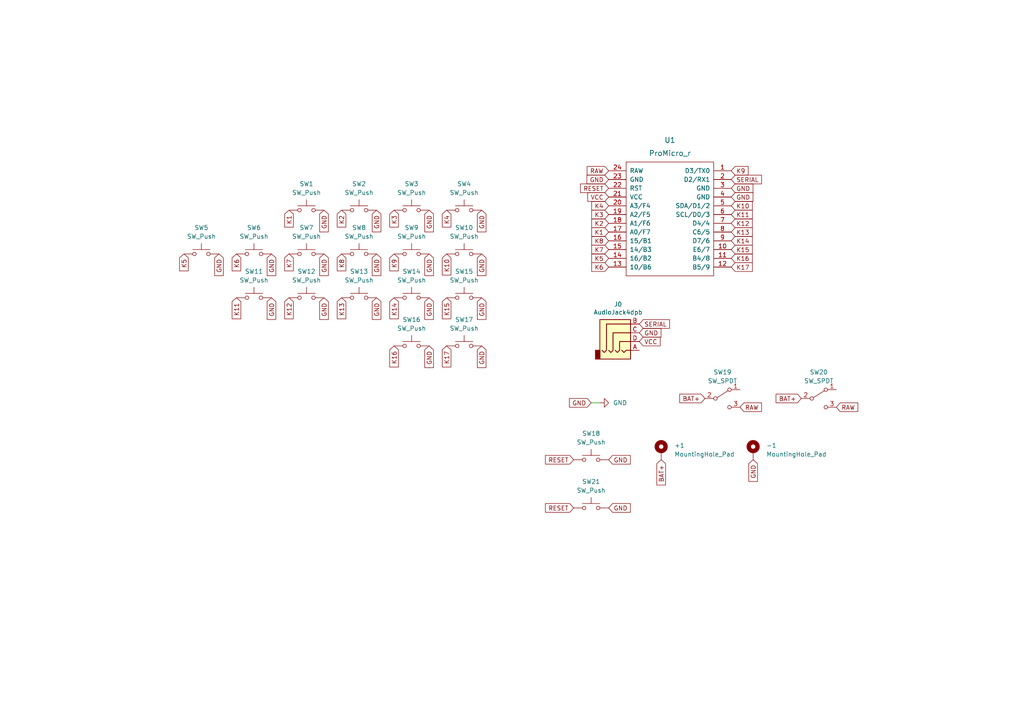
<source format=kicad_sch>
(kicad_sch (version 20230121) (generator eeschema)

  (uuid 47fb7f82-0330-40bb-9b49-2359807160f5)

  (paper "A4")

  (lib_symbols
    (symbol "Mechanical:MountingHole_Pad" (pin_numbers hide) (pin_names (offset 1.016) hide) (in_bom yes) (on_board yes)
      (property "Reference" "H" (at 0 6.35 0)
        (effects (font (size 1.27 1.27)))
      )
      (property "Value" "MountingHole_Pad" (at 0 4.445 0)
        (effects (font (size 1.27 1.27)))
      )
      (property "Footprint" "" (at 0 0 0)
        (effects (font (size 1.27 1.27)) hide)
      )
      (property "Datasheet" "~" (at 0 0 0)
        (effects (font (size 1.27 1.27)) hide)
      )
      (property "ki_keywords" "mounting hole" (at 0 0 0)
        (effects (font (size 1.27 1.27)) hide)
      )
      (property "ki_description" "Mounting Hole with connection" (at 0 0 0)
        (effects (font (size 1.27 1.27)) hide)
      )
      (property "ki_fp_filters" "MountingHole*Pad*" (at 0 0 0)
        (effects (font (size 1.27 1.27)) hide)
      )
      (symbol "MountingHole_Pad_0_1"
        (circle (center 0 1.27) (radius 1.27)
          (stroke (width 1.27) (type default))
          (fill (type none))
        )
      )
      (symbol "MountingHole_Pad_1_1"
        (pin input line (at 0 -2.54 90) (length 2.54)
          (name "1" (effects (font (size 1.27 1.27))))
          (number "1" (effects (font (size 1.27 1.27))))
        )
      )
    )
    (symbol "Switch:SW_Push" (pin_numbers hide) (pin_names (offset 1.016) hide) (in_bom yes) (on_board yes)
      (property "Reference" "SW" (at 1.27 2.54 0)
        (effects (font (size 1.27 1.27)) (justify left))
      )
      (property "Value" "SW_Push" (at 0 -1.524 0)
        (effects (font (size 1.27 1.27)))
      )
      (property "Footprint" "" (at 0 5.08 0)
        (effects (font (size 1.27 1.27)) hide)
      )
      (property "Datasheet" "~" (at 0 5.08 0)
        (effects (font (size 1.27 1.27)) hide)
      )
      (property "ki_keywords" "switch normally-open pushbutton push-button" (at 0 0 0)
        (effects (font (size 1.27 1.27)) hide)
      )
      (property "ki_description" "Push button switch, generic, two pins" (at 0 0 0)
        (effects (font (size 1.27 1.27)) hide)
      )
      (symbol "SW_Push_0_1"
        (circle (center -2.032 0) (radius 0.508)
          (stroke (width 0) (type default))
          (fill (type none))
        )
        (polyline
          (pts
            (xy 0 1.27)
            (xy 0 3.048)
          )
          (stroke (width 0) (type default))
          (fill (type none))
        )
        (polyline
          (pts
            (xy 2.54 1.27)
            (xy -2.54 1.27)
          )
          (stroke (width 0) (type default))
          (fill (type none))
        )
        (circle (center 2.032 0) (radius 0.508)
          (stroke (width 0) (type default))
          (fill (type none))
        )
        (pin passive line (at -5.08 0 0) (length 2.54)
          (name "1" (effects (font (size 1.27 1.27))))
          (number "1" (effects (font (size 1.27 1.27))))
        )
        (pin passive line (at 5.08 0 180) (length 2.54)
          (name "2" (effects (font (size 1.27 1.27))))
          (number "2" (effects (font (size 1.27 1.27))))
        )
      )
    )
    (symbol "Switch:SW_SPDT" (pin_names (offset 0) hide) (in_bom yes) (on_board yes)
      (property "Reference" "SW" (at 0 4.318 0)
        (effects (font (size 1.27 1.27)))
      )
      (property "Value" "SW_SPDT" (at 0 -5.08 0)
        (effects (font (size 1.27 1.27)))
      )
      (property "Footprint" "" (at 0 0 0)
        (effects (font (size 1.27 1.27)) hide)
      )
      (property "Datasheet" "~" (at 0 0 0)
        (effects (font (size 1.27 1.27)) hide)
      )
      (property "ki_keywords" "switch single-pole double-throw spdt ON-ON" (at 0 0 0)
        (effects (font (size 1.27 1.27)) hide)
      )
      (property "ki_description" "Switch, single pole double throw" (at 0 0 0)
        (effects (font (size 1.27 1.27)) hide)
      )
      (symbol "SW_SPDT_0_0"
        (circle (center -2.032 0) (radius 0.508)
          (stroke (width 0) (type default))
          (fill (type none))
        )
        (circle (center 2.032 -2.54) (radius 0.508)
          (stroke (width 0) (type default))
          (fill (type none))
        )
      )
      (symbol "SW_SPDT_0_1"
        (polyline
          (pts
            (xy -1.524 0.254)
            (xy 1.651 2.286)
          )
          (stroke (width 0) (type default))
          (fill (type none))
        )
        (circle (center 2.032 2.54) (radius 0.508)
          (stroke (width 0) (type default))
          (fill (type none))
        )
      )
      (symbol "SW_SPDT_1_1"
        (pin passive line (at 5.08 2.54 180) (length 2.54)
          (name "A" (effects (font (size 1.27 1.27))))
          (number "1" (effects (font (size 1.27 1.27))))
        )
        (pin passive line (at -5.08 0 0) (length 2.54)
          (name "B" (effects (font (size 1.27 1.27))))
          (number "2" (effects (font (size 1.27 1.27))))
        )
        (pin passive line (at 5.08 -2.54 180) (length 2.54)
          (name "C" (effects (font (size 1.27 1.27))))
          (number "3" (effects (font (size 1.27 1.27))))
        )
      )
    )
    (symbol "kbd:ProMicro_r" (pin_names (offset 1.016)) (in_bom yes) (on_board yes)
      (property "Reference" "U" (at 1.27 22.86 0)
        (effects (font (size 1.524 1.524)))
      )
      (property "Value" "ProMicro_r" (at 1.27 -15.24 0)
        (effects (font (size 1.524 1.524)))
      )
      (property "Footprint" "" (at 3.81 -26.67 0)
        (effects (font (size 1.524 1.524)))
      )
      (property "Datasheet" "" (at 3.81 -26.67 0)
        (effects (font (size 1.524 1.524)))
      )
      (symbol "ProMicro_r_0_1"
        (rectangle (start 13.97 20.32) (end -11.43 -12.7)
          (stroke (width 0) (type default))
          (fill (type none))
        )
      )
      (symbol "ProMicro_r_1_1"
        (pin bidirectional line (at 19.05 17.78 180) (length 5.08)
          (name "D3/TX0" (effects (font (size 1.27 1.27))))
          (number "1" (effects (font (size 1.27 1.27))))
        )
        (pin bidirectional line (at 19.05 -5.08 180) (length 5.08)
          (name "E6/7" (effects (font (size 1.27 1.27))))
          (number "10" (effects (font (size 1.27 1.27))))
        )
        (pin bidirectional line (at 19.05 -7.62 180) (length 5.08)
          (name "B4/8" (effects (font (size 1.27 1.27))))
          (number "11" (effects (font (size 1.27 1.27))))
        )
        (pin bidirectional line (at 19.05 -10.16 180) (length 5.08)
          (name "B5/9" (effects (font (size 1.27 1.27))))
          (number "12" (effects (font (size 1.27 1.27))))
        )
        (pin bidirectional line (at -16.51 -10.16 0) (length 5.08)
          (name "10/B6" (effects (font (size 1.27 1.27))))
          (number "13" (effects (font (size 1.27 1.27))))
        )
        (pin bidirectional line (at -16.51 -7.62 0) (length 5.08)
          (name "16/B2" (effects (font (size 1.27 1.27))))
          (number "14" (effects (font (size 1.27 1.27))))
        )
        (pin bidirectional line (at -16.51 -5.08 0) (length 5.08)
          (name "14/B3" (effects (font (size 1.27 1.27))))
          (number "15" (effects (font (size 1.27 1.27))))
        )
        (pin bidirectional line (at -16.51 -2.54 0) (length 5.08)
          (name "15/B1" (effects (font (size 1.27 1.27))))
          (number "16" (effects (font (size 1.27 1.27))))
        )
        (pin bidirectional line (at -16.51 0 0) (length 5.08)
          (name "A0/F7" (effects (font (size 1.27 1.27))))
          (number "17" (effects (font (size 1.27 1.27))))
        )
        (pin bidirectional line (at -16.51 2.54 0) (length 5.08)
          (name "A1/F6" (effects (font (size 1.27 1.27))))
          (number "18" (effects (font (size 1.27 1.27))))
        )
        (pin bidirectional line (at -16.51 5.08 0) (length 5.08)
          (name "A2/F5" (effects (font (size 1.27 1.27))))
          (number "19" (effects (font (size 1.27 1.27))))
        )
        (pin bidirectional line (at 19.05 15.24 180) (length 5.08)
          (name "D2/RX1" (effects (font (size 1.27 1.27))))
          (number "2" (effects (font (size 1.27 1.27))))
        )
        (pin bidirectional line (at -16.51 7.62 0) (length 5.08)
          (name "A3/F4" (effects (font (size 1.27 1.27))))
          (number "20" (effects (font (size 1.27 1.27))))
        )
        (pin power_in line (at -16.51 10.16 0) (length 5.08)
          (name "VCC" (effects (font (size 1.27 1.27))))
          (number "21" (effects (font (size 1.27 1.27))))
        )
        (pin input line (at -16.51 12.7 0) (length 5.08)
          (name "RST" (effects (font (size 1.27 1.27))))
          (number "22" (effects (font (size 1.27 1.27))))
        )
        (pin power_in line (at -16.51 15.24 0) (length 5.08)
          (name "GND" (effects (font (size 1.27 1.27))))
          (number "23" (effects (font (size 1.27 1.27))))
        )
        (pin power_out line (at -16.51 17.78 0) (length 5.08)
          (name "RAW" (effects (font (size 1.27 1.27))))
          (number "24" (effects (font (size 1.27 1.27))))
        )
        (pin power_in line (at 19.05 12.7 180) (length 5.08)
          (name "GND" (effects (font (size 1.27 1.27))))
          (number "3" (effects (font (size 1.27 1.27))))
        )
        (pin power_in line (at 19.05 10.16 180) (length 5.08)
          (name "GND" (effects (font (size 1.27 1.27))))
          (number "4" (effects (font (size 1.27 1.27))))
        )
        (pin bidirectional line (at 19.05 7.62 180) (length 5.08)
          (name "SDA/D1/2" (effects (font (size 1.27 1.27))))
          (number "5" (effects (font (size 1.27 1.27))))
        )
        (pin bidirectional line (at 19.05 5.08 180) (length 5.08)
          (name "SCL/D0/3" (effects (font (size 1.27 1.27))))
          (number "6" (effects (font (size 1.27 1.27))))
        )
        (pin bidirectional line (at 19.05 2.54 180) (length 5.08)
          (name "D4/4" (effects (font (size 1.27 1.27))))
          (number "7" (effects (font (size 1.27 1.27))))
        )
        (pin bidirectional line (at 19.05 0 180) (length 5.08)
          (name "C6/5" (effects (font (size 1.27 1.27))))
          (number "8" (effects (font (size 1.27 1.27))))
        )
        (pin bidirectional line (at 19.05 -2.54 180) (length 5.08)
          (name "D7/6" (effects (font (size 1.27 1.27))))
          (number "9" (effects (font (size 1.27 1.27))))
        )
      )
    )
    (symbol "power:GND" (power) (pin_names (offset 0)) (in_bom yes) (on_board yes)
      (property "Reference" "#PWR" (at 0 -6.35 0)
        (effects (font (size 1.27 1.27)) hide)
      )
      (property "Value" "GND" (at 0 -3.81 0)
        (effects (font (size 1.27 1.27)))
      )
      (property "Footprint" "" (at 0 0 0)
        (effects (font (size 1.27 1.27)) hide)
      )
      (property "Datasheet" "" (at 0 0 0)
        (effects (font (size 1.27 1.27)) hide)
      )
      (property "ki_keywords" "power-flag" (at 0 0 0)
        (effects (font (size 1.27 1.27)) hide)
      )
      (property "ki_description" "Power symbol creates a global label with name \"GND\" , ground" (at 0 0 0)
        (effects (font (size 1.27 1.27)) hide)
      )
      (symbol "GND_0_1"
        (polyline
          (pts
            (xy 0 0)
            (xy 0 -1.27)
            (xy 1.27 -1.27)
            (xy 0 -2.54)
            (xy -1.27 -1.27)
            (xy 0 -1.27)
          )
          (stroke (width 0) (type default))
          (fill (type none))
        )
      )
      (symbol "GND_1_1"
        (pin power_in line (at 0 0 270) (length 0) hide
          (name "GND" (effects (font (size 1.27 1.27))))
          (number "1" (effects (font (size 1.27 1.27))))
        )
      )
    )
    (symbol "tokas_bp:AudioJack4dpb" (in_bom yes) (on_board yes)
      (property "Reference" "J" (at 0 8.89 0)
        (effects (font (size 1.27 1.27)))
      )
      (property "Value" "tokas_bp_AudioJack4dpb" (at 0 6.35 0)
        (effects (font (size 1.27 1.27)))
      )
      (property "Footprint" "" (at 0 0 0)
        (effects (font (size 1.27 1.27)) hide)
      )
      (property "Datasheet" "" (at 0 0 0)
        (effects (font (size 1.27 1.27)) hide)
      )
      (property "ki_fp_filters" "Jack*" (at 0 0 0)
        (effects (font (size 1.27 1.27)) hide)
      )
      (symbol "AudioJack4dpb_0_1"
        (rectangle (start -6.35 -5.08) (end -7.62 -7.62)
          (stroke (width 0.254) (type default))
          (fill (type outline))
        )
        (polyline
          (pts
            (xy 0 -5.08)
            (xy 0.635 -5.715)
            (xy 1.27 -5.08)
            (xy 2.54 -5.08)
          )
          (stroke (width 0.254) (type default))
          (fill (type none))
        )
        (polyline
          (pts
            (xy -5.715 -5.08)
            (xy -5.08 -5.715)
            (xy -4.445 -5.08)
            (xy -4.445 2.54)
            (xy 2.54 2.54)
          )
          (stroke (width 0.254) (type default))
          (fill (type none))
        )
        (polyline
          (pts
            (xy -1.905 -5.08)
            (xy -1.27 -5.715)
            (xy -0.635 -5.08)
            (xy -0.635 -2.54)
            (xy 2.54 -2.54)
          )
          (stroke (width 0.254) (type default))
          (fill (type none))
        )
        (polyline
          (pts
            (xy 2.54 0)
            (xy -2.54 0)
            (xy -2.54 -5.08)
            (xy -3.175 -5.715)
            (xy -3.81 -5.08)
          )
          (stroke (width 0.254) (type default))
          (fill (type none))
        )
        (rectangle (start 2.54 3.81) (end -6.35 -7.62)
          (stroke (width 0.254) (type default))
          (fill (type background))
        )
      )
      (symbol "AudioJack4dpb_1_1"
        (pin passive line (at 5.08 -5.08 180) (length 2.54)
          (name "~" (effects (font (size 1.27 1.27))))
          (number "A" (effects (font (size 1.27 1.27))))
        )
        (pin passive line (at 5.08 2.54 180) (length 2.54)
          (name "~" (effects (font (size 1.27 1.27))))
          (number "B" (effects (font (size 1.27 1.27))))
        )
        (pin passive line (at 5.08 0 180) (length 2.54)
          (name "~" (effects (font (size 1.27 1.27))))
          (number "C" (effects (font (size 1.27 1.27))))
        )
        (pin passive line (at 5.08 -2.54 180) (length 2.54)
          (name "~" (effects (font (size 1.27 1.27))))
          (number "D" (effects (font (size 1.27 1.27))))
        )
      )
    )
  )


  (wire (pts (xy 171.45 116.84) (xy 173.99 116.84))
    (stroke (width 0) (type default))
    (uuid 30a0855d-0962-4e27-bb81-d5386d6839f3)
  )

  (global_label "K2" (shape input) (at 176.53 64.77 180) (fields_autoplaced)
    (effects (font (size 1.27 1.27)) (justify right))
    (uuid 00aeea29-dc87-417a-b93b-3698585597ae)
    (property "Intersheetrefs" "${INTERSHEET_REFS}" (at 171.6374 64.6906 0)
      (effects (font (size 1.27 1.27)) (justify right) hide)
    )
  )
  (global_label "VCC" (shape input) (at 185.42 99.06 0) (fields_autoplaced)
    (effects (font (size 1.27 1.27)) (justify left))
    (uuid 05911c24-1503-458a-9c35-878e88cda6b4)
    (property "Intersheetrefs" "${INTERSHEET_REFS}" (at 191.4617 98.9806 0)
      (effects (font (size 1.27 1.27)) (justify left) hide)
    )
  )
  (global_label "K14" (shape input) (at 212.09 69.85 0) (fields_autoplaced)
    (effects (font (size 1.27 1.27)) (justify left))
    (uuid 0df47e06-14f0-4499-8acc-bf991918de54)
    (property "Intersheetrefs" "${INTERSHEET_REFS}" (at 218.1921 69.7706 0)
      (effects (font (size 1.27 1.27)) (justify left) hide)
    )
  )
  (global_label "GND" (shape input) (at 63.5 73.66 270) (fields_autoplaced)
    (effects (font (size 1.27 1.27)) (justify right))
    (uuid 16348d51-33c0-4795-862f-48054b712e44)
    (property "Intersheetrefs" "${INTERSHEET_REFS}" (at 63.4206 79.9436 90)
      (effects (font (size 1.27 1.27)) (justify right) hide)
    )
  )
  (global_label "K4" (shape input) (at 176.53 59.69 180) (fields_autoplaced)
    (effects (font (size 1.27 1.27)) (justify right))
    (uuid 18ffaa2e-c6aa-4251-9a53-df4e476f0b55)
    (property "Intersheetrefs" "${INTERSHEET_REFS}" (at 171.6374 59.6106 0)
      (effects (font (size 1.27 1.27)) (justify right) hide)
    )
  )
  (global_label "RESET" (shape input) (at 166.37 147.32 180) (fields_autoplaced)
    (effects (font (size 1.27 1.27)) (justify right))
    (uuid 20a8b986-32b1-4900-bcbc-d280b876f9fc)
    (property "Intersheetrefs" "${INTERSHEET_REFS}" (at 158.2117 147.2406 0)
      (effects (font (size 1.27 1.27)) (justify right) hide)
    )
  )
  (global_label "GND" (shape input) (at 78.74 86.36 270) (fields_autoplaced)
    (effects (font (size 1.27 1.27)) (justify right))
    (uuid 21c9e5fd-0352-4b1e-a7b1-19b8629482d3)
    (property "Intersheetrefs" "${INTERSHEET_REFS}" (at 78.6606 92.6436 90)
      (effects (font (size 1.27 1.27)) (justify right) hide)
    )
  )
  (global_label "K8" (shape input) (at 176.53 69.85 180) (fields_autoplaced)
    (effects (font (size 1.27 1.27)) (justify right))
    (uuid 23276f84-d9d5-4c84-830e-70fdfb4821f3)
    (property "Intersheetrefs" "${INTERSHEET_REFS}" (at 171.6374 69.7706 0)
      (effects (font (size 1.27 1.27)) (justify right) hide)
    )
  )
  (global_label "GND" (shape input) (at 93.98 60.96 270) (fields_autoplaced)
    (effects (font (size 1.27 1.27)) (justify right))
    (uuid 2eba46ba-20aa-4bc2-b5bc-b7723309b6d1)
    (property "Intersheetrefs" "${INTERSHEET_REFS}" (at 93.9006 67.2436 90)
      (effects (font (size 1.27 1.27)) (justify right) hide)
    )
  )
  (global_label "K10" (shape input) (at 212.09 59.69 0) (fields_autoplaced)
    (effects (font (size 1.27 1.27)) (justify left))
    (uuid 2feb9b69-a980-41c3-9c18-bed085d94619)
    (property "Intersheetrefs" "${INTERSHEET_REFS}" (at 218.1921 59.6106 0)
      (effects (font (size 1.27 1.27)) (justify left) hide)
    )
  )
  (global_label "GND" (shape input) (at 218.44 133.35 270) (fields_autoplaced)
    (effects (font (size 1.27 1.27)) (justify right))
    (uuid 3a56ba0f-becc-4f14-8eda-2c25f69ab928)
    (property "Intersheetrefs" "${INTERSHEET_REFS}" (at 218.3606 139.6336 90)
      (effects (font (size 1.27 1.27)) (justify right) hide)
    )
  )
  (global_label "GND" (shape input) (at 78.74 73.66 270) (fields_autoplaced)
    (effects (font (size 1.27 1.27)) (justify right))
    (uuid 3b793ddb-7d87-4d19-aaca-0a89d3511a79)
    (property "Intersheetrefs" "${INTERSHEET_REFS}" (at 78.6606 79.9436 90)
      (effects (font (size 1.27 1.27)) (justify right) hide)
    )
  )
  (global_label "K5" (shape input) (at 53.34 73.66 270) (fields_autoplaced)
    (effects (font (size 1.27 1.27)) (justify right))
    (uuid 41642f2a-d120-48a7-a8b2-2e24a570e527)
    (property "Intersheetrefs" "${INTERSHEET_REFS}" (at 53.2606 78.5526 90)
      (effects (font (size 1.27 1.27)) (justify right) hide)
    )
  )
  (global_label "K1" (shape input) (at 176.53 67.31 180) (fields_autoplaced)
    (effects (font (size 1.27 1.27)) (justify right))
    (uuid 42f32f1f-854c-4e59-98e1-4c9210643688)
    (property "Intersheetrefs" "${INTERSHEET_REFS}" (at 171.6374 67.2306 0)
      (effects (font (size 1.27 1.27)) (justify right) hide)
    )
  )
  (global_label "K10" (shape input) (at 129.54 73.66 270) (fields_autoplaced)
    (effects (font (size 1.27 1.27)) (justify right))
    (uuid 48dfa8ce-b717-4380-8f02-b44fef6b930f)
    (property "Intersheetrefs" "${INTERSHEET_REFS}" (at 129.4606 79.7621 90)
      (effects (font (size 1.27 1.27)) (justify right) hide)
    )
  )
  (global_label "GND" (shape input) (at 139.7 100.33 270) (fields_autoplaced)
    (effects (font (size 1.27 1.27)) (justify right))
    (uuid 4d35ce70-e618-4f11-b8a5-656f02369329)
    (property "Intersheetrefs" "${INTERSHEET_REFS}" (at 139.6206 106.6136 90)
      (effects (font (size 1.27 1.27)) (justify right) hide)
    )
  )
  (global_label "BAT+" (shape input) (at 204.47 115.57 180) (fields_autoplaced)
    (effects (font (size 1.27 1.27)) (justify right))
    (uuid 54e7522b-e00f-4026-913a-f964086ce7dc)
    (property "Intersheetrefs" "${INTERSHEET_REFS}" (at 197.1583 115.4906 0)
      (effects (font (size 1.27 1.27)) (justify right) hide)
    )
  )
  (global_label "K11" (shape input) (at 68.58 86.36 270) (fields_autoplaced)
    (effects (font (size 1.27 1.27)) (justify right))
    (uuid 568fedeb-f064-4490-b2ce-bedd275f9f7e)
    (property "Intersheetrefs" "${INTERSHEET_REFS}" (at 68.5006 92.4621 90)
      (effects (font (size 1.27 1.27)) (justify right) hide)
    )
  )
  (global_label "GND" (shape input) (at 212.09 57.15 0) (fields_autoplaced)
    (effects (font (size 1.27 1.27)) (justify left))
    (uuid 56b4746a-3a6c-4d7b-84ca-834eb5f55114)
    (property "Intersheetrefs" "${INTERSHEET_REFS}" (at 218.3736 57.0706 0)
      (effects (font (size 1.27 1.27)) (justify left) hide)
    )
  )
  (global_label "K11" (shape input) (at 212.09 62.23 0) (fields_autoplaced)
    (effects (font (size 1.27 1.27)) (justify left))
    (uuid 57b2a71f-bb7f-4ff0-ab20-663de7864353)
    (property "Intersheetrefs" "${INTERSHEET_REFS}" (at 218.1921 62.1506 0)
      (effects (font (size 1.27 1.27)) (justify left) hide)
    )
  )
  (global_label "GND" (shape input) (at 124.46 60.96 270) (fields_autoplaced)
    (effects (font (size 1.27 1.27)) (justify right))
    (uuid 57ec7648-bb8a-4b3b-9d02-493cc39f8a46)
    (property "Intersheetrefs" "${INTERSHEET_REFS}" (at 124.3806 67.2436 90)
      (effects (font (size 1.27 1.27)) (justify right) hide)
    )
  )
  (global_label "GND" (shape input) (at 93.98 86.36 270) (fields_autoplaced)
    (effects (font (size 1.27 1.27)) (justify right))
    (uuid 5dbaee81-c1ce-4ba4-9ddd-6bdcf07235f1)
    (property "Intersheetrefs" "${INTERSHEET_REFS}" (at 93.9006 92.6436 90)
      (effects (font (size 1.27 1.27)) (justify right) hide)
    )
  )
  (global_label "RESET" (shape input) (at 176.53 54.61 180) (fields_autoplaced)
    (effects (font (size 1.27 1.27)) (justify right))
    (uuid 5f9f459e-548d-4b90-9c02-cf7b3fd37913)
    (property "Intersheetrefs" "${INTERSHEET_REFS}" (at 168.3717 54.5306 0)
      (effects (font (size 1.27 1.27)) (justify right) hide)
    )
  )
  (global_label "GND" (shape input) (at 109.22 86.36 270) (fields_autoplaced)
    (effects (font (size 1.27 1.27)) (justify right))
    (uuid 615c7549-6c97-40e4-a6f9-a9ed5195f005)
    (property "Intersheetrefs" "${INTERSHEET_REFS}" (at 109.1406 92.6436 90)
      (effects (font (size 1.27 1.27)) (justify right) hide)
    )
  )
  (global_label "K3" (shape input) (at 176.53 62.23 180) (fields_autoplaced)
    (effects (font (size 1.27 1.27)) (justify right))
    (uuid 63986d68-c347-4789-8874-a67154bf49d8)
    (property "Intersheetrefs" "${INTERSHEET_REFS}" (at 171.6374 62.1506 0)
      (effects (font (size 1.27 1.27)) (justify right) hide)
    )
  )
  (global_label "K13" (shape input) (at 99.06 86.36 270) (fields_autoplaced)
    (effects (font (size 1.27 1.27)) (justify right))
    (uuid 65726398-daf9-4114-af1c-03c2cf6baba0)
    (property "Intersheetrefs" "${INTERSHEET_REFS}" (at 98.9806 92.4621 90)
      (effects (font (size 1.27 1.27)) (justify right) hide)
    )
  )
  (global_label "GND" (shape input) (at 124.46 73.66 270) (fields_autoplaced)
    (effects (font (size 1.27 1.27)) (justify right))
    (uuid 6597b106-d7b4-4372-9e9a-17b18692a5d8)
    (property "Intersheetrefs" "${INTERSHEET_REFS}" (at 124.3806 79.9436 90)
      (effects (font (size 1.27 1.27)) (justify right) hide)
    )
  )
  (global_label "GND" (shape input) (at 176.53 147.32 0) (fields_autoplaced)
    (effects (font (size 1.27 1.27)) (justify left))
    (uuid 6a60970d-62ae-4571-a3f6-54dd36041ca2)
    (property "Intersheetrefs" "${INTERSHEET_REFS}" (at 182.8136 147.2406 0)
      (effects (font (size 1.27 1.27)) (justify left) hide)
    )
  )
  (global_label "RESET" (shape input) (at 166.37 133.35 180) (fields_autoplaced)
    (effects (font (size 1.27 1.27)) (justify right))
    (uuid 6abc2dc9-7374-4de0-8464-509726fa46a0)
    (property "Intersheetrefs" "${INTERSHEET_REFS}" (at 158.2117 133.2706 0)
      (effects (font (size 1.27 1.27)) (justify right) hide)
    )
  )
  (global_label "K6" (shape input) (at 176.53 77.47 180) (fields_autoplaced)
    (effects (font (size 1.27 1.27)) (justify right))
    (uuid 6cbd0bd9-6c84-40f2-b2bd-db0edfaae472)
    (property "Intersheetrefs" "${INTERSHEET_REFS}" (at 171.6374 77.3906 0)
      (effects (font (size 1.27 1.27)) (justify right) hide)
    )
  )
  (global_label "K2" (shape input) (at 99.06 60.96 270) (fields_autoplaced)
    (effects (font (size 1.27 1.27)) (justify right))
    (uuid 715a3b5e-ec6d-4c25-8c29-217db8de2962)
    (property "Intersheetrefs" "${INTERSHEET_REFS}" (at 98.9806 65.8526 90)
      (effects (font (size 1.27 1.27)) (justify right) hide)
    )
  )
  (global_label "SERIAL" (shape input) (at 212.09 52.07 0) (fields_autoplaced)
    (effects (font (size 1.27 1.27)) (justify left))
    (uuid 75e5f006-58b8-4795-a812-860b44523942)
    (property "Intersheetrefs" "${INTERSHEET_REFS}" (at 220.8531 51.9906 0)
      (effects (font (size 1.27 1.27)) (justify left) hide)
    )
  )
  (global_label "SERIAL" (shape input) (at 185.42 93.98 0) (fields_autoplaced)
    (effects (font (size 1.27 1.27)) (justify left))
    (uuid 768f38a9-06fc-4dbe-a2f2-8954fd60568d)
    (property "Intersheetrefs" "${INTERSHEET_REFS}" (at 194.1831 93.9006 0)
      (effects (font (size 1.27 1.27)) (justify left) hide)
    )
  )
  (global_label "K14" (shape input) (at 114.3 86.36 270) (fields_autoplaced)
    (effects (font (size 1.27 1.27)) (justify right))
    (uuid 7f8f2b38-429e-4465-8d50-76a3232f58ba)
    (property "Intersheetrefs" "${INTERSHEET_REFS}" (at 114.2206 92.4621 90)
      (effects (font (size 1.27 1.27)) (justify right) hide)
    )
  )
  (global_label "BAT+" (shape input) (at 232.41 115.57 180) (fields_autoplaced)
    (effects (font (size 1.27 1.27)) (justify right))
    (uuid 87c87fa5-76c6-416c-903a-b9742a73c700)
    (property "Intersheetrefs" "${INTERSHEET_REFS}" (at 225.0983 115.4906 0)
      (effects (font (size 1.27 1.27)) (justify right) hide)
    )
  )
  (global_label "GND" (shape input) (at 109.22 60.96 270) (fields_autoplaced)
    (effects (font (size 1.27 1.27)) (justify right))
    (uuid 88c75031-d130-4d71-8992-95350de8465e)
    (property "Intersheetrefs" "${INTERSHEET_REFS}" (at 109.1406 67.2436 90)
      (effects (font (size 1.27 1.27)) (justify right) hide)
    )
  )
  (global_label "K16" (shape input) (at 114.3 100.33 270) (fields_autoplaced)
    (effects (font (size 1.27 1.27)) (justify right))
    (uuid 8af87110-435f-48a4-b45d-9d89971ad3ca)
    (property "Intersheetrefs" "${INTERSHEET_REFS}" (at 114.2206 106.4321 90)
      (effects (font (size 1.27 1.27)) (justify right) hide)
    )
  )
  (global_label "K17" (shape input) (at 212.09 77.47 0) (fields_autoplaced)
    (effects (font (size 1.27 1.27)) (justify left))
    (uuid 93254d11-a9e2-4aa5-9177-1dc5f5c03865)
    (property "Intersheetrefs" "${INTERSHEET_REFS}" (at 218.1921 77.3906 0)
      (effects (font (size 1.27 1.27)) (justify left) hide)
    )
  )
  (global_label "K13" (shape input) (at 212.09 67.31 0) (fields_autoplaced)
    (effects (font (size 1.27 1.27)) (justify left))
    (uuid 932afe9c-3295-4c00-acfe-0e209a8036fd)
    (property "Intersheetrefs" "${INTERSHEET_REFS}" (at 218.1921 67.2306 0)
      (effects (font (size 1.27 1.27)) (justify left) hide)
    )
  )
  (global_label "K12" (shape input) (at 83.82 86.36 270) (fields_autoplaced)
    (effects (font (size 1.27 1.27)) (justify right))
    (uuid 94f17560-64dd-4716-a5b9-47e0e11a610d)
    (property "Intersheetrefs" "${INTERSHEET_REFS}" (at 83.7406 92.4621 90)
      (effects (font (size 1.27 1.27)) (justify right) hide)
    )
  )
  (global_label "GND" (shape input) (at 171.45 116.84 180) (fields_autoplaced)
    (effects (font (size 1.27 1.27)) (justify right))
    (uuid 974c2cdf-68b5-4899-b858-2824a10ffc66)
    (property "Intersheetrefs" "${INTERSHEET_REFS}" (at 165.1664 116.7606 0)
      (effects (font (size 1.27 1.27)) (justify right) hide)
    )
  )
  (global_label "GND" (shape input) (at 176.53 133.35 0) (fields_autoplaced)
    (effects (font (size 1.27 1.27)) (justify left))
    (uuid 976c52a9-6af3-414b-88a3-083958d96274)
    (property "Intersheetrefs" "${INTERSHEET_REFS}" (at 182.8136 133.2706 0)
      (effects (font (size 1.27 1.27)) (justify left) hide)
    )
  )
  (global_label "K8" (shape input) (at 99.06 73.66 270) (fields_autoplaced)
    (effects (font (size 1.27 1.27)) (justify right))
    (uuid 97cb7edb-2b72-4589-94b4-9bd5f9517850)
    (property "Intersheetrefs" "${INTERSHEET_REFS}" (at 98.9806 78.5526 90)
      (effects (font (size 1.27 1.27)) (justify right) hide)
    )
  )
  (global_label "K7" (shape input) (at 176.53 72.39 180) (fields_autoplaced)
    (effects (font (size 1.27 1.27)) (justify right))
    (uuid 9c0552ee-a5e7-463e-a105-40fde0408d08)
    (property "Intersheetrefs" "${INTERSHEET_REFS}" (at 171.6374 72.3106 0)
      (effects (font (size 1.27 1.27)) (justify right) hide)
    )
  )
  (global_label "RAW" (shape input) (at 176.53 49.53 180) (fields_autoplaced)
    (effects (font (size 1.27 1.27)) (justify right))
    (uuid a0183cd9-4f98-48a1-bdff-bf24e604fdba)
    (property "Intersheetrefs" "${INTERSHEET_REFS}" (at 170.3069 49.4506 0)
      (effects (font (size 1.27 1.27)) (justify right) hide)
    )
  )
  (global_label "K15" (shape input) (at 129.54 86.36 270) (fields_autoplaced)
    (effects (font (size 1.27 1.27)) (justify right))
    (uuid a526f1cb-7306-49e7-bf83-ad8716909164)
    (property "Intersheetrefs" "${INTERSHEET_REFS}" (at 129.4606 92.4621 90)
      (effects (font (size 1.27 1.27)) (justify right) hide)
    )
  )
  (global_label "K16" (shape input) (at 212.09 74.93 0) (fields_autoplaced)
    (effects (font (size 1.27 1.27)) (justify left))
    (uuid a62bf109-94c8-45a3-9f91-198e4709e70a)
    (property "Intersheetrefs" "${INTERSHEET_REFS}" (at 218.1921 74.8506 0)
      (effects (font (size 1.27 1.27)) (justify left) hide)
    )
  )
  (global_label "GND" (shape input) (at 109.22 73.66 270) (fields_autoplaced)
    (effects (font (size 1.27 1.27)) (justify right))
    (uuid a62c29c1-f1c7-4ef0-8edb-738dd5490d7f)
    (property "Intersheetrefs" "${INTERSHEET_REFS}" (at 109.1406 79.9436 90)
      (effects (font (size 1.27 1.27)) (justify right) hide)
    )
  )
  (global_label "BAT+" (shape input) (at 191.77 133.35 270) (fields_autoplaced)
    (effects (font (size 1.27 1.27)) (justify right))
    (uuid ace0ffd4-3e2c-4d55-850f-dda7edf157ba)
    (property "Intersheetrefs" "${INTERSHEET_REFS}" (at 191.6906 140.6617 90)
      (effects (font (size 1.27 1.27)) (justify right) hide)
    )
  )
  (global_label "K9" (shape input) (at 212.09 49.53 0) (fields_autoplaced)
    (effects (font (size 1.27 1.27)) (justify left))
    (uuid b2ced12b-c6c6-48c0-8844-b8a8e1483d02)
    (property "Intersheetrefs" "${INTERSHEET_REFS}" (at 216.9826 49.4506 0)
      (effects (font (size 1.27 1.27)) (justify left) hide)
    )
  )
  (global_label "GND" (shape input) (at 93.98 73.66 270) (fields_autoplaced)
    (effects (font (size 1.27 1.27)) (justify right))
    (uuid b68d8415-b8e9-4c9c-9bc9-fa7f6b5240be)
    (property "Intersheetrefs" "${INTERSHEET_REFS}" (at 93.9006 79.9436 90)
      (effects (font (size 1.27 1.27)) (justify right) hide)
    )
  )
  (global_label "K6" (shape input) (at 68.58 73.66 270) (fields_autoplaced)
    (effects (font (size 1.27 1.27)) (justify right))
    (uuid c27a6ae7-ea41-44b4-8903-8787fb8fa1ef)
    (property "Intersheetrefs" "${INTERSHEET_REFS}" (at 68.5006 78.5526 90)
      (effects (font (size 1.27 1.27)) (justify right) hide)
    )
  )
  (global_label "K7" (shape input) (at 83.82 73.66 270) (fields_autoplaced)
    (effects (font (size 1.27 1.27)) (justify right))
    (uuid c5a0385e-fae3-4e01-8f49-1ca2cb12ad3b)
    (property "Intersheetrefs" "${INTERSHEET_REFS}" (at 83.7406 78.5526 90)
      (effects (font (size 1.27 1.27)) (justify right) hide)
    )
  )
  (global_label "K15" (shape input) (at 212.09 72.39 0) (fields_autoplaced)
    (effects (font (size 1.27 1.27)) (justify left))
    (uuid c65aaebc-b49e-4a19-a944-c2f74bfc7691)
    (property "Intersheetrefs" "${INTERSHEET_REFS}" (at 218.1921 72.3106 0)
      (effects (font (size 1.27 1.27)) (justify left) hide)
    )
  )
  (global_label "K12" (shape input) (at 212.09 64.77 0) (fields_autoplaced)
    (effects (font (size 1.27 1.27)) (justify left))
    (uuid c6623798-b9b5-497a-b195-2ae81d6281b5)
    (property "Intersheetrefs" "${INTERSHEET_REFS}" (at 218.1921 64.6906 0)
      (effects (font (size 1.27 1.27)) (justify left) hide)
    )
  )
  (global_label "GND" (shape input) (at 185.42 96.52 0) (fields_autoplaced)
    (effects (font (size 1.27 1.27)) (justify left))
    (uuid c662b1d0-bf97-4c9f-9147-0faecb601ca2)
    (property "Intersheetrefs" "${INTERSHEET_REFS}" (at 191.7036 96.4406 0)
      (effects (font (size 1.27 1.27)) (justify left) hide)
    )
  )
  (global_label "GND" (shape input) (at 212.09 54.61 0) (fields_autoplaced)
    (effects (font (size 1.27 1.27)) (justify left))
    (uuid cc18fe45-73fe-4a04-a39b-fc1c9b4d0df8)
    (property "Intersheetrefs" "${INTERSHEET_REFS}" (at 218.3736 54.5306 0)
      (effects (font (size 1.27 1.27)) (justify left) hide)
    )
  )
  (global_label "GND" (shape input) (at 124.46 86.36 270) (fields_autoplaced)
    (effects (font (size 1.27 1.27)) (justify right))
    (uuid cca4ca08-799f-412b-966e-c75d75d4c0c5)
    (property "Intersheetrefs" "${INTERSHEET_REFS}" (at 124.3806 92.6436 90)
      (effects (font (size 1.27 1.27)) (justify right) hide)
    )
  )
  (global_label "GND" (shape input) (at 176.53 52.07 180) (fields_autoplaced)
    (effects (font (size 1.27 1.27)) (justify right))
    (uuid d119b2bb-76c7-4281-95d7-92064786a732)
    (property "Intersheetrefs" "${INTERSHEET_REFS}" (at 170.2464 51.9906 0)
      (effects (font (size 1.27 1.27)) (justify right) hide)
    )
  )
  (global_label "K3" (shape input) (at 114.3 60.96 270) (fields_autoplaced)
    (effects (font (size 1.27 1.27)) (justify right))
    (uuid de55c935-ee4d-4e41-9e93-64cafd348cc4)
    (property "Intersheetrefs" "${INTERSHEET_REFS}" (at 114.2206 65.8526 90)
      (effects (font (size 1.27 1.27)) (justify right) hide)
    )
  )
  (global_label "GND" (shape input) (at 124.46 100.33 270) (fields_autoplaced)
    (effects (font (size 1.27 1.27)) (justify right))
    (uuid e12b3872-e4e0-498d-9a4f-88f2df0bf738)
    (property "Intersheetrefs" "${INTERSHEET_REFS}" (at 124.3806 106.6136 90)
      (effects (font (size 1.27 1.27)) (justify right) hide)
    )
  )
  (global_label "GND" (shape input) (at 139.7 73.66 270) (fields_autoplaced)
    (effects (font (size 1.27 1.27)) (justify right))
    (uuid e84c75bf-89c8-4876-a9e0-2bd4ad3c428e)
    (property "Intersheetrefs" "${INTERSHEET_REFS}" (at 139.6206 79.9436 90)
      (effects (font (size 1.27 1.27)) (justify right) hide)
    )
  )
  (global_label "RAW" (shape input) (at 214.63 118.11 0) (fields_autoplaced)
    (effects (font (size 1.27 1.27)) (justify left))
    (uuid e879d98a-2a26-4c95-9e6a-0eac789bc585)
    (property "Intersheetrefs" "${INTERSHEET_REFS}" (at 220.8531 118.0306 0)
      (effects (font (size 1.27 1.27)) (justify left) hide)
    )
  )
  (global_label "GND" (shape input) (at 139.7 60.96 270) (fields_autoplaced)
    (effects (font (size 1.27 1.27)) (justify right))
    (uuid ea32b4a2-e6dc-4d44-9766-40cc4a0b9071)
    (property "Intersheetrefs" "${INTERSHEET_REFS}" (at 139.6206 67.2436 90)
      (effects (font (size 1.27 1.27)) (justify right) hide)
    )
  )
  (global_label "RAW" (shape input) (at 242.57 118.11 0) (fields_autoplaced)
    (effects (font (size 1.27 1.27)) (justify left))
    (uuid ed2098d9-1137-4327-98a2-1093768f6c9b)
    (property "Intersheetrefs" "${INTERSHEET_REFS}" (at 248.7931 118.0306 0)
      (effects (font (size 1.27 1.27)) (justify left) hide)
    )
  )
  (global_label "K4" (shape input) (at 129.54 60.96 270) (fields_autoplaced)
    (effects (font (size 1.27 1.27)) (justify right))
    (uuid ee5de894-7a6e-49c5-a86c-20ae3171b2ee)
    (property "Intersheetrefs" "${INTERSHEET_REFS}" (at 129.4606 65.8526 90)
      (effects (font (size 1.27 1.27)) (justify right) hide)
    )
  )
  (global_label "VCC" (shape input) (at 176.53 57.15 180) (fields_autoplaced)
    (effects (font (size 1.27 1.27)) (justify right))
    (uuid ee9a7e5d-9005-4eb5-a274-f94e37f59a58)
    (property "Intersheetrefs" "${INTERSHEET_REFS}" (at 170.4883 57.0706 0)
      (effects (font (size 1.27 1.27)) (justify right) hide)
    )
  )
  (global_label "GND" (shape input) (at 139.7 86.36 270) (fields_autoplaced)
    (effects (font (size 1.27 1.27)) (justify right))
    (uuid f1fb2bd7-3474-4a52-8cbf-9414e861bc2f)
    (property "Intersheetrefs" "${INTERSHEET_REFS}" (at 139.6206 92.6436 90)
      (effects (font (size 1.27 1.27)) (justify right) hide)
    )
  )
  (global_label "K1" (shape input) (at 83.82 60.96 270) (fields_autoplaced)
    (effects (font (size 1.27 1.27)) (justify right))
    (uuid f3206f1f-64f3-4cb7-b8cd-12df68204e74)
    (property "Intersheetrefs" "${INTERSHEET_REFS}" (at 83.7406 65.8526 90)
      (effects (font (size 1.27 1.27)) (justify right) hide)
    )
  )
  (global_label "K5" (shape input) (at 176.53 74.93 180) (fields_autoplaced)
    (effects (font (size 1.27 1.27)) (justify right))
    (uuid f5314d72-c84c-4725-9cfe-c294aea21447)
    (property "Intersheetrefs" "${INTERSHEET_REFS}" (at 171.6374 74.8506 0)
      (effects (font (size 1.27 1.27)) (justify right) hide)
    )
  )
  (global_label "K17" (shape input) (at 129.54 100.33 270) (fields_autoplaced)
    (effects (font (size 1.27 1.27)) (justify right))
    (uuid fb509cec-8242-498e-be6a-8131b75159ea)
    (property "Intersheetrefs" "${INTERSHEET_REFS}" (at 129.4606 106.4321 90)
      (effects (font (size 1.27 1.27)) (justify right) hide)
    )
  )
  (global_label "K9" (shape input) (at 114.3 73.66 270) (fields_autoplaced)
    (effects (font (size 1.27 1.27)) (justify right))
    (uuid fe99e235-732f-412d-b803-f25969a0cf41)
    (property "Intersheetrefs" "${INTERSHEET_REFS}" (at 114.2206 78.5526 90)
      (effects (font (size 1.27 1.27)) (justify right) hide)
    )
  )

  (symbol (lib_id "Switch:SW_Push") (at 134.62 73.66 0) (unit 1)
    (in_bom yes) (on_board yes) (dnp no) (fields_autoplaced)
    (uuid 09b61e8d-6b8e-4b21-a3bd-47102d65dac4)
    (property "Reference" "SW10" (at 134.62 66.04 0)
      (effects (font (size 1.27 1.27)))
    )
    (property "Value" "SW_Push" (at 134.62 68.58 0)
      (effects (font (size 1.27 1.27)))
    )
    (property "Footprint" "footprints:choc-switch-socket-only" (at 134.62 68.58 0)
      (effects (font (size 1.27 1.27)) hide)
    )
    (property "Datasheet" "~" (at 134.62 68.58 0)
      (effects (font (size 1.27 1.27)) hide)
    )
    (pin "1" (uuid f936aedf-58fa-4e61-8fac-499b62a42ee8))
    (pin "2" (uuid fc6e6866-3b61-4d97-8948-2e08bfada8d9))
    (instances
      (project "steel-toe"
        (path "/47fb7f82-0330-40bb-9b49-2359807160f5"
          (reference "SW10") (unit 1)
        )
      )
    )
  )

  (symbol (lib_id "Switch:SW_Push") (at 88.9 86.36 0) (unit 1)
    (in_bom yes) (on_board yes) (dnp no) (fields_autoplaced)
    (uuid 0b3ccd92-1772-49ee-91de-420a594e4858)
    (property "Reference" "SW12" (at 88.9 78.74 0)
      (effects (font (size 1.27 1.27)))
    )
    (property "Value" "SW_Push" (at 88.9 81.28 0)
      (effects (font (size 1.27 1.27)))
    )
    (property "Footprint" "footprints:choc-switch-socket-only" (at 88.9 81.28 0)
      (effects (font (size 1.27 1.27)) hide)
    )
    (property "Datasheet" "~" (at 88.9 81.28 0)
      (effects (font (size 1.27 1.27)) hide)
    )
    (pin "1" (uuid d680c570-74db-44c1-97a0-cfb46730abd8))
    (pin "2" (uuid 042d9b3c-80fd-4eb2-a02b-e68e8676a309))
    (instances
      (project "steel-toe"
        (path "/47fb7f82-0330-40bb-9b49-2359807160f5"
          (reference "SW12") (unit 1)
        )
      )
    )
  )

  (symbol (lib_id "Switch:SW_Push") (at 171.45 147.32 0) (unit 1)
    (in_bom yes) (on_board yes) (dnp no) (fields_autoplaced)
    (uuid 1d2751e3-008b-4ba0-af9e-dd39156435d8)
    (property "Reference" "SW21" (at 171.45 139.7 0)
      (effects (font (size 1.27 1.27)))
    )
    (property "Value" "SW_Push" (at 171.45 142.24 0)
      (effects (font (size 1.27 1.27)))
    )
    (property "Footprint" "bs_lib:smd_rst_sw" (at 171.45 142.24 0)
      (effects (font (size 1.27 1.27)) hide)
    )
    (property "Datasheet" "~" (at 171.45 142.24 0)
      (effects (font (size 1.27 1.27)) hide)
    )
    (pin "1" (uuid 5b2512a4-08e1-43dc-8189-2c986172c7ea))
    (pin "2" (uuid c93e4d73-b871-4631-a663-844ef2c946f8))
    (instances
      (project "steel-toe"
        (path "/47fb7f82-0330-40bb-9b49-2359807160f5"
          (reference "SW21") (unit 1)
        )
      )
    )
  )

  (symbol (lib_id "Switch:SW_Push") (at 88.9 73.66 0) (unit 1)
    (in_bom yes) (on_board yes) (dnp no) (fields_autoplaced)
    (uuid 401f70de-4172-4211-9821-66f28fc9a591)
    (property "Reference" "SW7" (at 88.9 66.04 0)
      (effects (font (size 1.27 1.27)))
    )
    (property "Value" "SW_Push" (at 88.9 68.58 0)
      (effects (font (size 1.27 1.27)))
    )
    (property "Footprint" "footprints:choc-switch-socket-only" (at 88.9 68.58 0)
      (effects (font (size 1.27 1.27)) hide)
    )
    (property "Datasheet" "~" (at 88.9 68.58 0)
      (effects (font (size 1.27 1.27)) hide)
    )
    (pin "1" (uuid 22102377-6c0c-43ad-9e78-fb56fc012a7b))
    (pin "2" (uuid db6127cc-6036-48b1-8746-3f819c184c80))
    (instances
      (project "steel-toe"
        (path "/47fb7f82-0330-40bb-9b49-2359807160f5"
          (reference "SW7") (unit 1)
        )
      )
    )
  )

  (symbol (lib_id "Switch:SW_Push") (at 171.45 133.35 0) (unit 1)
    (in_bom yes) (on_board yes) (dnp no) (fields_autoplaced)
    (uuid 4ec432be-e3b3-4d28-802c-33ca3fb66772)
    (property "Reference" "SW18" (at 171.45 125.73 0)
      (effects (font (size 1.27 1.27)))
    )
    (property "Value" "SW_Push" (at 171.45 128.27 0)
      (effects (font (size 1.27 1.27)))
    )
    (property "Footprint" "bs_lib:smd_rst_sw" (at 171.45 128.27 0)
      (effects (font (size 1.27 1.27)) hide)
    )
    (property "Datasheet" "~" (at 171.45 128.27 0)
      (effects (font (size 1.27 1.27)) hide)
    )
    (pin "1" (uuid f82c03da-bdea-40b4-8089-cf95dc38ce3d))
    (pin "2" (uuid 1c7610fe-8b9d-4812-bd1e-e1c9445d2a4f))
    (instances
      (project "steel-toe"
        (path "/47fb7f82-0330-40bb-9b49-2359807160f5"
          (reference "SW18") (unit 1)
        )
      )
    )
  )

  (symbol (lib_id "Switch:SW_SPDT") (at 209.55 115.57 0) (unit 1)
    (in_bom yes) (on_board yes) (dnp no) (fields_autoplaced)
    (uuid 4f5b4d96-5a38-4b2e-a759-bc7d95440c8b)
    (property "Reference" "SW19" (at 209.55 107.95 0)
      (effects (font (size 1.27 1.27)))
    )
    (property "Value" "SW_SPDT" (at 209.55 110.49 0)
      (effects (font (size 1.27 1.27)))
    )
    (property "Footprint" "footprints:power-switch" (at 209.55 115.57 0)
      (effects (font (size 1.27 1.27)) hide)
    )
    (property "Datasheet" "~" (at 209.55 115.57 0)
      (effects (font (size 1.27 1.27)) hide)
    )
    (pin "1" (uuid 5dcf8587-5b77-42c3-bf37-e0cd33b079aa))
    (pin "2" (uuid b13d7e5e-81b4-4f4d-a812-61e7750a7601))
    (pin "3" (uuid 28fc658b-feb3-4cde-94ad-aa12be425bea))
    (instances
      (project "steel-toe"
        (path "/47fb7f82-0330-40bb-9b49-2359807160f5"
          (reference "SW19") (unit 1)
        )
      )
    )
  )

  (symbol (lib_id "Switch:SW_Push") (at 73.66 86.36 0) (unit 1)
    (in_bom yes) (on_board yes) (dnp no) (fields_autoplaced)
    (uuid 4fe93f0b-9e27-46d2-890b-61f06bc4d931)
    (property "Reference" "SW11" (at 73.66 78.74 0)
      (effects (font (size 1.27 1.27)))
    )
    (property "Value" "SW_Push" (at 73.66 81.28 0)
      (effects (font (size 1.27 1.27)))
    )
    (property "Footprint" "footprints:choc-switch-socket-only" (at 73.66 81.28 0)
      (effects (font (size 1.27 1.27)) hide)
    )
    (property "Datasheet" "~" (at 73.66 81.28 0)
      (effects (font (size 1.27 1.27)) hide)
    )
    (pin "1" (uuid d374b4e2-e5c6-4ac9-bcaa-089307ed5b46))
    (pin "2" (uuid 9eb81cc8-3e4d-4e7b-86a3-75c592e4ee74))
    (instances
      (project "steel-toe"
        (path "/47fb7f82-0330-40bb-9b49-2359807160f5"
          (reference "SW11") (unit 1)
        )
      )
    )
  )

  (symbol (lib_id "tokas_bp:AudioJack4dpb") (at 180.34 96.52 0) (unit 1)
    (in_bom yes) (on_board yes) (dnp no)
    (uuid 511e19d8-881e-440a-9887-ae1713a10a57)
    (property "Reference" "J0" (at 179.2478 88.265 0)
      (effects (font (size 1.27 1.27)))
    )
    (property "Value" "AudioJack4dpb" (at 179.2478 90.5764 0)
      (effects (font (size 1.27 1.27)))
    )
    (property "Footprint" "footprints:trrs" (at 180.34 96.52 0)
      (effects (font (size 1.27 1.27)) hide)
    )
    (property "Datasheet" "~" (at 180.34 96.52 0)
      (effects (font (size 1.27 1.27)) hide)
    )
    (pin "A" (uuid 11c9f1e2-b5a4-431b-a658-5482199da025))
    (pin "B" (uuid d90991eb-57af-42d1-ba26-723217f309e9))
    (pin "C" (uuid 754d20b8-cfe3-4565-b0bf-b1ac6d3229bb))
    (pin "D" (uuid 9d1727ae-0963-4d96-9e8d-83097227d522))
    (instances
      (project "steel-toe"
        (path "/47fb7f82-0330-40bb-9b49-2359807160f5"
          (reference "J0") (unit 1)
        )
      )
    )
  )

  (symbol (lib_id "Switch:SW_Push") (at 58.42 73.66 0) (unit 1)
    (in_bom yes) (on_board yes) (dnp no) (fields_autoplaced)
    (uuid 53e21c47-5903-4a2e-abd3-45d87798e6c5)
    (property "Reference" "SW5" (at 58.42 66.04 0)
      (effects (font (size 1.27 1.27)))
    )
    (property "Value" "SW_Push" (at 58.42 68.58 0)
      (effects (font (size 1.27 1.27)))
    )
    (property "Footprint" "footprints:choc-switch-socket-only" (at 58.42 68.58 0)
      (effects (font (size 1.27 1.27)) hide)
    )
    (property "Datasheet" "~" (at 58.42 68.58 0)
      (effects (font (size 1.27 1.27)) hide)
    )
    (pin "1" (uuid 2a97eb49-579e-433e-a7df-df8dc22b071d))
    (pin "2" (uuid d013286b-526e-4237-a239-b06c31ae0d4b))
    (instances
      (project "steel-toe"
        (path "/47fb7f82-0330-40bb-9b49-2359807160f5"
          (reference "SW5") (unit 1)
        )
      )
    )
  )

  (symbol (lib_id "Switch:SW_Push") (at 134.62 100.33 0) (unit 1)
    (in_bom yes) (on_board yes) (dnp no) (fields_autoplaced)
    (uuid 6190e36f-8494-4bf6-bd4c-52a8ea7e56bd)
    (property "Reference" "SW17" (at 134.62 92.71 0)
      (effects (font (size 1.27 1.27)))
    )
    (property "Value" "SW_Push" (at 134.62 95.25 0)
      (effects (font (size 1.27 1.27)))
    )
    (property "Footprint" "footprints:choc-switch-socket-only" (at 134.62 95.25 0)
      (effects (font (size 1.27 1.27)) hide)
    )
    (property "Datasheet" "~" (at 134.62 95.25 0)
      (effects (font (size 1.27 1.27)) hide)
    )
    (pin "1" (uuid bcf332d2-b312-4218-b810-04ce9dfabcec))
    (pin "2" (uuid 882257bf-09de-4f8f-92d0-f29a04660492))
    (instances
      (project "steel-toe"
        (path "/47fb7f82-0330-40bb-9b49-2359807160f5"
          (reference "SW17") (unit 1)
        )
      )
    )
  )

  (symbol (lib_id "Switch:SW_Push") (at 73.66 73.66 0) (unit 1)
    (in_bom yes) (on_board yes) (dnp no) (fields_autoplaced)
    (uuid 66606b93-5a7c-4853-b21a-bc2d88eaa721)
    (property "Reference" "SW6" (at 73.66 66.04 0)
      (effects (font (size 1.27 1.27)))
    )
    (property "Value" "SW_Push" (at 73.66 68.58 0)
      (effects (font (size 1.27 1.27)))
    )
    (property "Footprint" "footprints:choc-switch-socket-only" (at 73.66 68.58 0)
      (effects (font (size 1.27 1.27)) hide)
    )
    (property "Datasheet" "~" (at 73.66 68.58 0)
      (effects (font (size 1.27 1.27)) hide)
    )
    (pin "1" (uuid 01d5489a-d857-4d47-8acb-20057c128b01))
    (pin "2" (uuid bde6bc79-0408-4b8e-a810-3e62b7c7c2c1))
    (instances
      (project "steel-toe"
        (path "/47fb7f82-0330-40bb-9b49-2359807160f5"
          (reference "SW6") (unit 1)
        )
      )
    )
  )

  (symbol (lib_id "Switch:SW_Push") (at 134.62 60.96 0) (unit 1)
    (in_bom yes) (on_board yes) (dnp no) (fields_autoplaced)
    (uuid 78dd1d06-64eb-45da-97d3-a482a52ff420)
    (property "Reference" "SW4" (at 134.62 53.34 0)
      (effects (font (size 1.27 1.27)))
    )
    (property "Value" "SW_Push" (at 134.62 55.88 0)
      (effects (font (size 1.27 1.27)))
    )
    (property "Footprint" "footprints:choc-switch-socket-only" (at 134.62 55.88 0)
      (effects (font (size 1.27 1.27)) hide)
    )
    (property "Datasheet" "~" (at 134.62 55.88 0)
      (effects (font (size 1.27 1.27)) hide)
    )
    (pin "1" (uuid 05dc1575-5513-4049-9624-376db7b729f2))
    (pin "2" (uuid 57dea7eb-cdbc-4bb7-aab9-8d139934d913))
    (instances
      (project "steel-toe"
        (path "/47fb7f82-0330-40bb-9b49-2359807160f5"
          (reference "SW4") (unit 1)
        )
      )
    )
  )

  (symbol (lib_id "Switch:SW_Push") (at 104.14 73.66 0) (unit 1)
    (in_bom yes) (on_board yes) (dnp no) (fields_autoplaced)
    (uuid 83e09a15-d209-43c2-aefe-8034e3cbc377)
    (property "Reference" "SW8" (at 104.14 66.04 0)
      (effects (font (size 1.27 1.27)))
    )
    (property "Value" "SW_Push" (at 104.14 68.58 0)
      (effects (font (size 1.27 1.27)))
    )
    (property "Footprint" "footprints:choc-switch-socket-only" (at 104.14 68.58 0)
      (effects (font (size 1.27 1.27)) hide)
    )
    (property "Datasheet" "~" (at 104.14 68.58 0)
      (effects (font (size 1.27 1.27)) hide)
    )
    (pin "1" (uuid dc93f3c9-2ef8-450d-8f13-a0486a65f5c9))
    (pin "2" (uuid b6d4f792-3af9-4f35-88cf-74592a74bbc4))
    (instances
      (project "steel-toe"
        (path "/47fb7f82-0330-40bb-9b49-2359807160f5"
          (reference "SW8") (unit 1)
        )
      )
    )
  )

  (symbol (lib_id "Switch:SW_Push") (at 119.38 100.33 0) (unit 1)
    (in_bom yes) (on_board yes) (dnp no) (fields_autoplaced)
    (uuid a27b809f-b8bf-4875-9406-8e20329d27c2)
    (property "Reference" "SW16" (at 119.38 92.71 0)
      (effects (font (size 1.27 1.27)))
    )
    (property "Value" "SW_Push" (at 119.38 95.25 0)
      (effects (font (size 1.27 1.27)))
    )
    (property "Footprint" "footprints:choc-switch-socket-only" (at 119.38 95.25 0)
      (effects (font (size 1.27 1.27)) hide)
    )
    (property "Datasheet" "~" (at 119.38 95.25 0)
      (effects (font (size 1.27 1.27)) hide)
    )
    (pin "1" (uuid d22c5c7c-fc36-4712-83b3-ee2666314ae6))
    (pin "2" (uuid e3113ea6-23bf-40cc-8c98-916f88cdc74f))
    (instances
      (project "steel-toe"
        (path "/47fb7f82-0330-40bb-9b49-2359807160f5"
          (reference "SW16") (unit 1)
        )
      )
    )
  )

  (symbol (lib_id "Mechanical:MountingHole_Pad") (at 218.44 130.81 0) (unit 1)
    (in_bom yes) (on_board yes) (dnp no) (fields_autoplaced)
    (uuid a6fd585e-96f1-419c-9f30-b84c10034e4c)
    (property "Reference" "-1" (at 222.25 129.2224 0)
      (effects (font (size 1.27 1.27)) (justify left))
    )
    (property "Value" "MountingHole_Pad" (at 222.25 131.7624 0)
      (effects (font (size 1.27 1.27)) (justify left))
    )
    (property "Footprint" "footprints:single-pin" (at 218.44 130.81 0)
      (effects (font (size 1.27 1.27)) hide)
    )
    (property "Datasheet" "~" (at 218.44 130.81 0)
      (effects (font (size 1.27 1.27)) hide)
    )
    (pin "1" (uuid 8421ec3d-d2fc-4a84-8849-4ebd8ca2d621))
    (instances
      (project "steel-toe"
        (path "/47fb7f82-0330-40bb-9b49-2359807160f5"
          (reference "-1") (unit 1)
        )
      )
    )
  )

  (symbol (lib_id "Switch:SW_Push") (at 104.14 60.96 0) (unit 1)
    (in_bom yes) (on_board yes) (dnp no) (fields_autoplaced)
    (uuid a738495c-db00-410f-87bf-03fba97fc6f9)
    (property "Reference" "SW2" (at 104.14 53.34 0)
      (effects (font (size 1.27 1.27)))
    )
    (property "Value" "SW_Push" (at 104.14 55.88 0)
      (effects (font (size 1.27 1.27)))
    )
    (property "Footprint" "footprints:choc-switch-socket-only" (at 104.14 55.88 0)
      (effects (font (size 1.27 1.27)) hide)
    )
    (property "Datasheet" "~" (at 104.14 55.88 0)
      (effects (font (size 1.27 1.27)) hide)
    )
    (pin "1" (uuid 7d6e603c-090d-4500-851f-cfe4fe6e08af))
    (pin "2" (uuid 823daca7-95c4-46e9-a64b-34cc4f12f994))
    (instances
      (project "steel-toe"
        (path "/47fb7f82-0330-40bb-9b49-2359807160f5"
          (reference "SW2") (unit 1)
        )
      )
    )
  )

  (symbol (lib_id "power:GND") (at 173.99 116.84 90) (unit 1)
    (in_bom yes) (on_board yes) (dnp no) (fields_autoplaced)
    (uuid b130cacc-0f8a-4338-9cf1-f5ae6e419b67)
    (property "Reference" "#PWR0101" (at 180.34 116.84 0)
      (effects (font (size 1.27 1.27)) hide)
    )
    (property "Value" "GND" (at 177.8 116.8399 90)
      (effects (font (size 1.27 1.27)) (justify right))
    )
    (property "Footprint" "" (at 173.99 116.84 0)
      (effects (font (size 1.27 1.27)) hide)
    )
    (property "Datasheet" "" (at 173.99 116.84 0)
      (effects (font (size 1.27 1.27)) hide)
    )
    (pin "1" (uuid 0ddcac8e-6e5e-4cfe-a00d-8a3f263aff7e))
    (instances
      (project "steel-toe"
        (path "/47fb7f82-0330-40bb-9b49-2359807160f5"
          (reference "#PWR0101") (unit 1)
        )
      )
    )
  )

  (symbol (lib_id "Switch:SW_Push") (at 119.38 60.96 0) (unit 1)
    (in_bom yes) (on_board yes) (dnp no) (fields_autoplaced)
    (uuid b13d432c-c6fb-4008-b996-4e84773c34ae)
    (property "Reference" "SW3" (at 119.38 53.34 0)
      (effects (font (size 1.27 1.27)))
    )
    (property "Value" "SW_Push" (at 119.38 55.88 0)
      (effects (font (size 1.27 1.27)))
    )
    (property "Footprint" "footprints:choc-switch-socket-only" (at 119.38 55.88 0)
      (effects (font (size 1.27 1.27)) hide)
    )
    (property "Datasheet" "~" (at 119.38 55.88 0)
      (effects (font (size 1.27 1.27)) hide)
    )
    (pin "1" (uuid 5df0b850-835e-4318-b0b1-b1a7aeed6751))
    (pin "2" (uuid 3273c202-f124-4cd6-95c4-6c5648cf068b))
    (instances
      (project "steel-toe"
        (path "/47fb7f82-0330-40bb-9b49-2359807160f5"
          (reference "SW3") (unit 1)
        )
      )
    )
  )

  (symbol (lib_id "Switch:SW_Push") (at 88.9 60.96 0) (unit 1)
    (in_bom yes) (on_board yes) (dnp no) (fields_autoplaced)
    (uuid b82d47a3-4f57-47b9-805a-7f75e549dfb8)
    (property "Reference" "SW1" (at 88.9 53.34 0)
      (effects (font (size 1.27 1.27)))
    )
    (property "Value" "SW_Push" (at 88.9 55.88 0)
      (effects (font (size 1.27 1.27)))
    )
    (property "Footprint" "footprints:choc-switch-socket-only" (at 88.9 55.88 0)
      (effects (font (size 1.27 1.27)) hide)
    )
    (property "Datasheet" "~" (at 88.9 55.88 0)
      (effects (font (size 1.27 1.27)) hide)
    )
    (pin "1" (uuid 2acb325e-f070-4b1e-98ec-baa65171b926))
    (pin "2" (uuid 6b406201-f50e-45e4-9d14-f1367352b925))
    (instances
      (project "steel-toe"
        (path "/47fb7f82-0330-40bb-9b49-2359807160f5"
          (reference "SW1") (unit 1)
        )
      )
    )
  )

  (symbol (lib_id "Switch:SW_SPDT") (at 237.49 115.57 0) (unit 1)
    (in_bom yes) (on_board yes) (dnp no) (fields_autoplaced)
    (uuid ba4d7048-ee92-4912-95eb-3b23ed17f032)
    (property "Reference" "SW20" (at 237.49 107.95 0)
      (effects (font (size 1.27 1.27)))
    )
    (property "Value" "SW_SPDT" (at 237.49 110.49 0)
      (effects (font (size 1.27 1.27)))
    )
    (property "Footprint" "footprints:power-switch" (at 237.49 115.57 0)
      (effects (font (size 1.27 1.27)) hide)
    )
    (property "Datasheet" "~" (at 237.49 115.57 0)
      (effects (font (size 1.27 1.27)) hide)
    )
    (pin "1" (uuid 8c509da8-e3bf-46e7-915c-6c960b1abb43))
    (pin "2" (uuid 0f9bfb53-db42-467f-9f87-f0a258df2337))
    (pin "3" (uuid 34756809-5895-404d-982c-11b74fd6623e))
    (instances
      (project "steel-toe"
        (path "/47fb7f82-0330-40bb-9b49-2359807160f5"
          (reference "SW20") (unit 1)
        )
      )
    )
  )

  (symbol (lib_id "kbd:ProMicro_r") (at 193.04 67.31 0) (unit 1)
    (in_bom yes) (on_board yes) (dnp no) (fields_autoplaced)
    (uuid c7a53cab-ad3a-43ee-8585-52abdf784d4b)
    (property "Reference" "U1" (at 194.31 40.64 0)
      (effects (font (size 1.524 1.524)))
    )
    (property "Value" "ProMicro_r" (at 194.31 44.45 0)
      (effects (font (size 1.524 1.524)))
    )
    (property "Footprint" "bs_lib:ProMicro_facedown_new_dual" (at 196.85 93.98 0)
      (effects (font (size 1.524 1.524)) hide)
    )
    (property "Datasheet" "" (at 196.85 93.98 0)
      (effects (font (size 1.524 1.524)))
    )
    (pin "1" (uuid 27cbde82-13cc-4275-aa3b-952521dc2d69))
    (pin "10" (uuid 622156b9-4431-4c9d-b48e-331895c341a3))
    (pin "11" (uuid caa65caf-9bf8-437d-aed1-61a7bbb48f2a))
    (pin "12" (uuid 41be6a98-5d9f-42cc-9326-dacfa6328ed2))
    (pin "13" (uuid 2b1fee7e-d654-465e-a18a-6d7d214c81e1))
    (pin "14" (uuid e67a2fc1-a2ab-4bdc-83b4-db823748381f))
    (pin "15" (uuid 760ac556-d3cc-4989-9cc2-1bde82d1e52b))
    (pin "16" (uuid b443a38c-3ac0-4031-84fc-369b90b22243))
    (pin "17" (uuid 948e0a1f-f13e-4cae-9288-6a99c1c71ea0))
    (pin "18" (uuid 5e1a3fb3-6815-4f0b-ba44-7919589ce2fd))
    (pin "19" (uuid 6e6ab7da-0ecf-4a48-8010-1eacd3598502))
    (pin "2" (uuid f50a3601-e6d1-43eb-9b22-693f08fe721f))
    (pin "20" (uuid 1649ae39-6596-4c6a-b2bf-59e0fbaa4d02))
    (pin "21" (uuid a137e348-c7db-4ca8-8519-3e2122627050))
    (pin "22" (uuid 1fa366e9-a386-4bd8-afa9-1e238b16b470))
    (pin "23" (uuid 2295917d-6386-43cf-a814-ababb5da7ffa))
    (pin "24" (uuid a9fb6516-04e0-445a-b398-b140ad29dee9))
    (pin "3" (uuid 20418007-f7c3-4abc-bf87-99b7daeda9e2))
    (pin "4" (uuid ad48cf2f-550d-478f-8404-70a5f09cee7f))
    (pin "5" (uuid a9097693-a402-4d81-b1ae-6bd3ac72630b))
    (pin "6" (uuid 31e8c76c-0fc4-43d6-a857-db694c426c7c))
    (pin "7" (uuid 1dd4e5f6-6d91-409a-9a69-0ebface82d53))
    (pin "8" (uuid 9db9fdb0-6db6-4bd0-b92c-e4d6edaf799c))
    (pin "9" (uuid 34b41a00-98c8-4647-906f-c945560c14ec))
    (instances
      (project "steel-toe"
        (path "/47fb7f82-0330-40bb-9b49-2359807160f5"
          (reference "U1") (unit 1)
        )
      )
    )
  )

  (symbol (lib_id "Switch:SW_Push") (at 104.14 86.36 0) (unit 1)
    (in_bom yes) (on_board yes) (dnp no) (fields_autoplaced)
    (uuid cbc44406-3b52-47a9-ad4a-577cc98bbf14)
    (property "Reference" "SW13" (at 104.14 78.74 0)
      (effects (font (size 1.27 1.27)))
    )
    (property "Value" "SW_Push" (at 104.14 81.28 0)
      (effects (font (size 1.27 1.27)))
    )
    (property "Footprint" "footprints:choc-switch-socket-only" (at 104.14 81.28 0)
      (effects (font (size 1.27 1.27)) hide)
    )
    (property "Datasheet" "~" (at 104.14 81.28 0)
      (effects (font (size 1.27 1.27)) hide)
    )
    (pin "1" (uuid 1753bc7e-c15a-4754-a26f-8df4738d77b7))
    (pin "2" (uuid fbbb7a55-3896-49fa-8f8d-455a6dafc5db))
    (instances
      (project "steel-toe"
        (path "/47fb7f82-0330-40bb-9b49-2359807160f5"
          (reference "SW13") (unit 1)
        )
      )
    )
  )

  (symbol (lib_id "Switch:SW_Push") (at 134.62 86.36 0) (unit 1)
    (in_bom yes) (on_board yes) (dnp no) (fields_autoplaced)
    (uuid d3154bea-a376-4b84-87be-07aca53d9a58)
    (property "Reference" "SW15" (at 134.62 78.74 0)
      (effects (font (size 1.27 1.27)))
    )
    (property "Value" "SW_Push" (at 134.62 81.28 0)
      (effects (font (size 1.27 1.27)))
    )
    (property "Footprint" "footprints:choc-switch-socket-only" (at 134.62 81.28 0)
      (effects (font (size 1.27 1.27)) hide)
    )
    (property "Datasheet" "~" (at 134.62 81.28 0)
      (effects (font (size 1.27 1.27)) hide)
    )
    (pin "1" (uuid b0924bdf-6727-4ddc-9f44-ecce4a15293e))
    (pin "2" (uuid 288ab327-be15-4e91-8155-76d45a340c63))
    (instances
      (project "steel-toe"
        (path "/47fb7f82-0330-40bb-9b49-2359807160f5"
          (reference "SW15") (unit 1)
        )
      )
    )
  )

  (symbol (lib_id "Switch:SW_Push") (at 119.38 73.66 0) (unit 1)
    (in_bom yes) (on_board yes) (dnp no) (fields_autoplaced)
    (uuid ecb2aa82-8471-4ffa-a884-b7adbe539621)
    (property "Reference" "SW9" (at 119.38 66.04 0)
      (effects (font (size 1.27 1.27)))
    )
    (property "Value" "SW_Push" (at 119.38 68.58 0)
      (effects (font (size 1.27 1.27)))
    )
    (property "Footprint" "footprints:choc-switch-socket-only" (at 119.38 68.58 0)
      (effects (font (size 1.27 1.27)) hide)
    )
    (property "Datasheet" "~" (at 119.38 68.58 0)
      (effects (font (size 1.27 1.27)) hide)
    )
    (pin "1" (uuid 46f359ee-bed6-4221-ad4b-c148043dae69))
    (pin "2" (uuid 37e53656-146c-4511-9504-d18b341eedb8))
    (instances
      (project "steel-toe"
        (path "/47fb7f82-0330-40bb-9b49-2359807160f5"
          (reference "SW9") (unit 1)
        )
      )
    )
  )

  (symbol (lib_id "Switch:SW_Push") (at 119.38 86.36 0) (unit 1)
    (in_bom yes) (on_board yes) (dnp no) (fields_autoplaced)
    (uuid f3972a50-57ff-4f41-8846-0fea993c9d79)
    (property "Reference" "SW14" (at 119.38 78.74 0)
      (effects (font (size 1.27 1.27)))
    )
    (property "Value" "SW_Push" (at 119.38 81.28 0)
      (effects (font (size 1.27 1.27)))
    )
    (property "Footprint" "footprints:choc-switch-socket-only" (at 119.38 81.28 0)
      (effects (font (size 1.27 1.27)) hide)
    )
    (property "Datasheet" "~" (at 119.38 81.28 0)
      (effects (font (size 1.27 1.27)) hide)
    )
    (pin "1" (uuid 07c0296a-0580-4d1f-85d6-69075ef28b91))
    (pin "2" (uuid 9c61f373-ed47-46cd-a917-95f22bb7f69d))
    (instances
      (project "steel-toe"
        (path "/47fb7f82-0330-40bb-9b49-2359807160f5"
          (reference "SW14") (unit 1)
        )
      )
    )
  )

  (symbol (lib_id "Mechanical:MountingHole_Pad") (at 191.77 130.81 0) (unit 1)
    (in_bom yes) (on_board yes) (dnp no) (fields_autoplaced)
    (uuid ffb625d2-8341-4bf9-b37c-87427d62f642)
    (property "Reference" "+1" (at 195.58 129.2224 0)
      (effects (font (size 1.27 1.27)) (justify left))
    )
    (property "Value" "MountingHole_Pad" (at 195.58 131.7624 0)
      (effects (font (size 1.27 1.27)) (justify left))
    )
    (property "Footprint" "footprints:single-pin" (at 191.77 130.81 0)
      (effects (font (size 1.27 1.27)) hide)
    )
    (property "Datasheet" "~" (at 191.77 130.81 0)
      (effects (font (size 1.27 1.27)) hide)
    )
    (pin "1" (uuid 3d08bd24-ce16-438f-8934-551e34d7f06c))
    (instances
      (project "steel-toe"
        (path "/47fb7f82-0330-40bb-9b49-2359807160f5"
          (reference "+1") (unit 1)
        )
      )
    )
  )

  (sheet_instances
    (path "/" (page "1"))
  )
)

</source>
